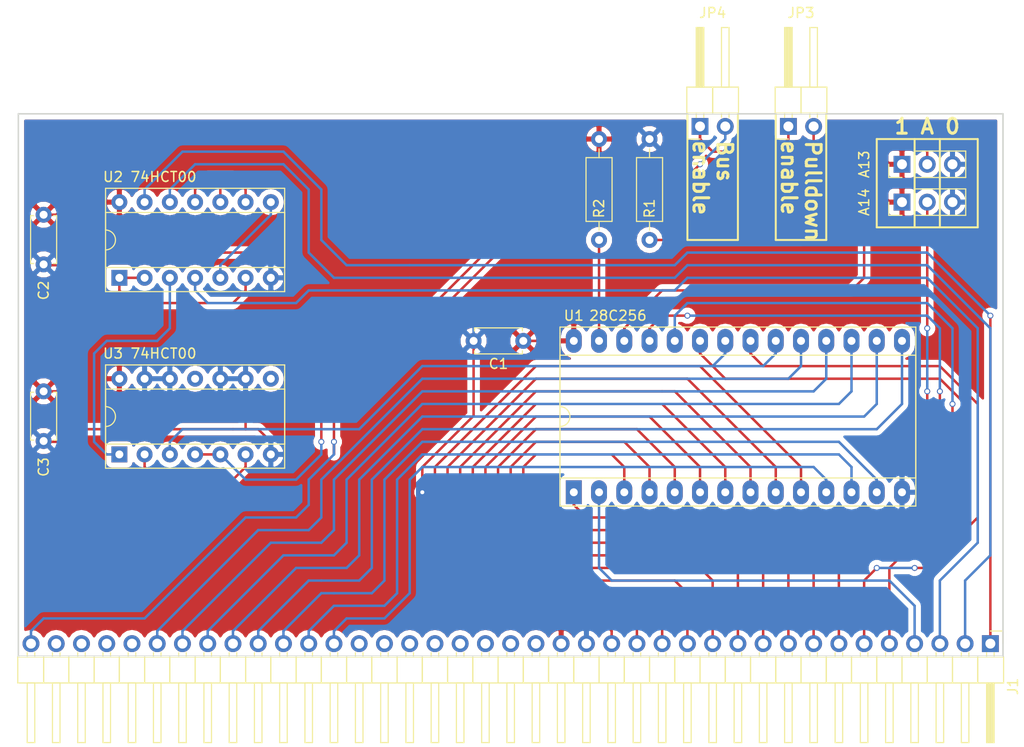
<source format=kicad_pcb>
(kicad_pcb (version 4) (host pcbnew 4.0.6)
  (layers (0 F.Cu signal) (31 B.Cu signal) (34 B.Paste user) (35 F.Paste user) (36 B.SilkS user) (37 F.SilkS user) (38 B.Mask user) (39 F.Mask user) (44 Edge.Cuts user))
  (net 0 "")
  (net 1 VCC)
  (net 2 GND)
  (net 3 A15)
  (net 4 A14)
  (net 5 A13)
  (net 6 A12)
  (net 7 A11)
  (net 8 A10)
  (net 9 A9)
  (net 10 A8)
  (net 11 A7)
  (net 12 A6)
  (net 13 A5)
  (net 14 A4)
  (net 15 A3)
  (net 16 A2)
  (net 17 A1)
  (net 18 A0)
  (net 19 D0)
  (net 20 D1)
  (net 21 D2)
  (net 22 D3)
  (net 23 D4)
  (net 24 D5)
  (net 25 D6)
  (net 26 D7)
  (net 27 "Net-(J1-Pad39)")
  (net 28 A13_W)
  (net 29 A14_W)
  (net 30 PAGE_EN)
  (net 31 "Net-(JP3-Pad2)")
  (net 32 CS)
  (net 33 CS_IN)
  (net 34 "Net-(U2-Pad5)")
  (net 35 "Net-(U2-Pad10)")
  (net 36 "Net-(U2-Pad3)")
  (net 37 "Net-(U3-Pad2)")
  (net 38 "Net-(R2-Pad1)")
  (module Capacitors_THT:C_Disc_D4.7mm_W2.5mm_P5.00mm (layer F.Cu) (at 160.02 113.03 180)
    (fp_text reference C1 (at 2.5 -2.31 180) (layer F.SilkS))
    (fp_text value 100nF)
    (pad 1 thru_hole circle (at 0 0 180) (size 1.6 1.6) (drill 0.8) (layers *.Cu *.Mask) (net 1 VCC))
    (pad 2 thru_hole circle (at 5 0 180) (size 1.6 1.6) (drill 0.8) (layers *.Cu *.Mask) (net 2 GND))
  )
  (module Capacitors_THT:C_Disc_D4.7mm_W2.5mm_P5.00mm (layer F.Cu) (at 111.76 100.33 270)
    (fp_text reference C2 (at 7.62 0 270) (layer F.SilkS))
    (fp_text value 100nF)
    (pad 1 thru_hole circle (at 0 0 270) (size 1.6 1.6) (drill 0.8) (layers *.Cu *.Mask) (net 1 VCC))
    (pad 2 thru_hole circle (at 5 0 270) (size 1.6 1.6) (drill 0.8) (layers *.Cu *.Mask) (net 2 GND))
  )
  (module Capacitors_THT:C_Disc_D4.7mm_W2.5mm_P5.00mm (layer F.Cu) (at 111.76 118.11 270)
    (fp_text reference C3 (at 7.62 0 270) (layer F.SilkS))
    (fp_text value 100nF)
    (pad 1 thru_hole circle (at 0 0 270) (size 1.6 1.6) (drill 0.8) (layers *.Cu *.Mask) (net 1 VCC))
    (pad 2 thru_hole circle (at 5 0 270) (size 1.6 1.6) (drill 0.8) (layers *.Cu *.Mask) (net 2 GND))
  )
  (module Pin_Headers:Pin_Header_Angled_1x39_Pitch2.54mm (layer F.Cu) (at 207.01 143.51 270)
    (fp_text reference J1 (at 4.315 -2.27 270) (layer F.SilkS))
    (fp_text value CONN_01X39)
    (pad 1 thru_hole rect (at 0 0 270) (size 1.7 1.7) (drill 1) (layers *.Cu *.Mask) (net 3 A15))
    (pad 2 thru_hole oval (at 0 2.54 270) (size 1.7 1.7) (drill 1) (layers *.Cu *.Mask) (net 4 A14))
    (pad 3 thru_hole oval (at 0 5.08 270) (size 1.7 1.7) (drill 1) (layers *.Cu *.Mask) (net 5 A13))
    (pad 4 thru_hole oval (at 0 7.62 270) (size 1.7 1.7) (drill 1) (layers *.Cu *.Mask) (net 6 A12))
    (pad 5 thru_hole oval (at 0 10.16 270) (size 1.7 1.7) (drill 1) (layers *.Cu *.Mask) (net 7 A11))
    (pad 6 thru_hole oval (at 0 12.7 270) (size 1.7 1.7) (drill 1) (layers *.Cu *.Mask) (net 8 A10))
    (pad 7 thru_hole oval (at 0 15.24 270) (size 1.7 1.7) (drill 1) (layers *.Cu *.Mask) (net 9 A9))
    (pad 8 thru_hole oval (at 0 17.78 270) (size 1.7 1.7) (drill 1) (layers *.Cu *.Mask) (net 10 A8))
    (pad 9 thru_hole oval (at 0 20.32 270) (size 1.7 1.7) (drill 1) (layers *.Cu *.Mask) (net 11 A7))
    (pad 10 thru_hole oval (at 0 22.86 270) (size 1.7 1.7) (drill 1) (layers *.Cu *.Mask) (net 12 A6))
    (pad 11 thru_hole oval (at 0 25.4 270) (size 1.7 1.7) (drill 1) (layers *.Cu *.Mask) (net 13 A5))
    (pad 12 thru_hole oval (at 0 27.94 270) (size 1.7 1.7) (drill 1) (layers *.Cu *.Mask) (net 14 A4))
    (pad 13 thru_hole oval (at 0 30.48 270) (size 1.7 1.7) (drill 1) (layers *.Cu *.Mask) (net 15 A3))
    (pad 14 thru_hole oval (at 0 33.02 270) (size 1.7 1.7) (drill 1) (layers *.Cu *.Mask) (net 16 A2))
    (pad 15 thru_hole oval (at 0 35.56 270) (size 1.7 1.7) (drill 1) (layers *.Cu *.Mask) (net 17 A1))
    (pad 16 thru_hole oval (at 0 38.1 270) (size 1.7 1.7) (drill 1) (layers *.Cu *.Mask) (net 18 A0))
    (pad 17 thru_hole oval (at 0 40.64 270) (size 1.7 1.7) (drill 1) (layers *.Cu *.Mask) (net 2 GND))
    (pad 18 thru_hole oval (at 0 43.18 270) (size 1.7 1.7) (drill 1) (layers *.Cu *.Mask) (net 1 VCC))
    (pad 19 thru_hole oval (at 0 45.72 270) (size 1.7 1.7) (drill 1) (layers *.Cu *.Mask))
    (pad 20 thru_hole oval (at 0 48.26 270) (size 1.7 1.7) (drill 1) (layers *.Cu *.Mask))
    (pad 21 thru_hole oval (at 0 50.8 270) (size 1.7 1.7) (drill 1) (layers *.Cu *.Mask))
    (pad 22 thru_hole oval (at 0 53.34 270) (size 1.7 1.7) (drill 1) (layers *.Cu *.Mask))
    (pad 23 thru_hole oval (at 0 55.88 270) (size 1.7 1.7) (drill 1) (layers *.Cu *.Mask))
    (pad 24 thru_hole oval (at 0 58.42 270) (size 1.7 1.7) (drill 1) (layers *.Cu *.Mask))
    (pad 25 thru_hole oval (at 0 60.96 270) (size 1.7 1.7) (drill 1) (layers *.Cu *.Mask))
    (pad 26 thru_hole oval (at 0 63.5 270) (size 1.7 1.7) (drill 1) (layers *.Cu *.Mask))
    (pad 27 thru_hole oval (at 0 66.04 270) (size 1.7 1.7) (drill 1) (layers *.Cu *.Mask) (net 19 D0))
    (pad 28 thru_hole oval (at 0 68.58 270) (size 1.7 1.7) (drill 1) (layers *.Cu *.Mask) (net 20 D1))
    (pad 29 thru_hole oval (at 0 71.12 270) (size 1.7 1.7) (drill 1) (layers *.Cu *.Mask) (net 21 D2))
    (pad 30 thru_hole oval (at 0 73.66 270) (size 1.7 1.7) (drill 1) (layers *.Cu *.Mask) (net 22 D3))
    (pad 31 thru_hole oval (at 0 76.2 270) (size 1.7 1.7) (drill 1) (layers *.Cu *.Mask) (net 23 D4))
    (pad 32 thru_hole oval (at 0 78.74 270) (size 1.7 1.7) (drill 1) (layers *.Cu *.Mask) (net 24 D5))
    (pad 33 thru_hole oval (at 0 81.28 270) (size 1.7 1.7) (drill 1) (layers *.Cu *.Mask) (net 25 D6))
    (pad 34 thru_hole oval (at 0 83.82 270) (size 1.7 1.7) (drill 1) (layers *.Cu *.Mask) (net 26 D7))
    (pad 35 thru_hole oval (at 0 86.36 270) (size 1.7 1.7) (drill 1) (layers *.Cu *.Mask))
    (pad 36 thru_hole oval (at 0 88.9 270) (size 1.7 1.7) (drill 1) (layers *.Cu *.Mask))
    (pad 37 thru_hole oval (at 0 91.44 270) (size 1.7 1.7) (drill 1) (layers *.Cu *.Mask))
    (pad 38 thru_hole oval (at 0 93.98 270) (size 1.7 1.7) (drill 1) (layers *.Cu *.Mask))
    (pad 39 thru_hole oval (at 0 96.52 270) (size 1.7 1.7) (drill 1) (layers *.Cu *.Mask) (net 27 "Net-(J1-Pad39)"))
  )
  (module Pin_Headers:Pin_Header_Straight_1x03_Pitch2.54mm (layer F.Cu) (at 198.12 95.25 90)
    (fp_text reference A13 (at 0 -3.81 90) (layer F.SilkS))
    (fp_text value "A13 Select")
    (pad 1 thru_hole rect (at 0 0 90) (size 1.7 1.7) (drill 1) (layers *.Cu *.Mask) (net 1 VCC))
    (pad 2 thru_hole oval (at 0 2.54 90) (size 1.7 1.7) (drill 1) (layers *.Cu *.Mask) (net 28 A13_W))
    (pad 3 thru_hole oval (at 0 5.08 90) (size 1.7 1.7) (drill 1) (layers *.Cu *.Mask) (net 2 GND))
  )
  (module Pin_Headers:Pin_Header_Straight_1x03_Pitch2.54mm (layer F.Cu) (at 198.12 99.06 90)
    (fp_text reference A14 (at 0 -3.81 90) (layer F.SilkS))
    (fp_text value "A14 Select")
    (pad 1 thru_hole rect (at 0 0 90) (size 1.7 1.7) (drill 1) (layers *.Cu *.Mask) (net 1 VCC))
    (pad 2 thru_hole oval (at 0 2.54 90) (size 1.7 1.7) (drill 1) (layers *.Cu *.Mask) (net 29 A14_W))
    (pad 3 thru_hole oval (at 0 5.08 90) (size 1.7 1.7) (drill 1) (layers *.Cu *.Mask) (net 2 GND))
  )
  (module Pin_Headers:Pin_Header_Angled_1x02_Pitch2.54mm (layer F.Cu) (at 186.69 91.44 90)
    (fp_text reference JP3 (at 11.43 1.27 180) (layer F.SilkS))
    (fp_text value "Page PullDown")
    (pad 1 thru_hole rect (at 0 0 90) (size 1.7 1.7) (drill 1) (layers *.Cu *.Mask) (net 30 PAGE_EN))
    (pad 2 thru_hole oval (at 0 2.54 90) (size 1.7 1.7) (drill 1) (layers *.Cu *.Mask) (net 31 "Net-(JP3-Pad2)"))
  )
  (module Pin_Headers:Pin_Header_Angled_1x02_Pitch2.54mm (layer F.Cu) (at 177.8 91.44 90)
    (fp_text reference JP4 (at 11.43 1.27 180) (layer F.SilkS))
    (fp_text value "Bus enable")
    (pad 1 thru_hole rect (at 0 0 90) (size 1.7 1.7) (drill 1) (layers *.Cu *.Mask) (net 30 PAGE_EN))
    (pad 2 thru_hole oval (at 0 2.54 90) (size 1.7 1.7) (drill 1) (layers *.Cu *.Mask) (net 27 "Net-(J1-Pad39)"))
  )
  (module Resistors_THT:R_Axial_DIN0207_L6.3mm_D2.5mm_P10.16mm_Horizontal (layer F.Cu) (at 172.72 92.71 270)
    (fp_text reference R1 (at 6.985 0 270) (layer F.SilkS))
    (fp_text value 10k)
    (pad 1 thru_hole circle (at 0 0 270) (size 1.6 1.6) (drill 0.8) (layers *.Cu *.Mask) (net 2 GND))
    (pad 2 thru_hole oval (at 10.16 0 270) (size 1.6 1.6) (drill 0.8) (layers *.Cu *.Mask) (net 31 "Net-(JP3-Pad2)"))
  )
  (module Resistors_THT:R_Axial_DIN0207_L6.3mm_D2.5mm_P10.16mm_Horizontal (layer F.Cu) (at 167.64 102.87 90)
    (fp_text reference R2 (at 3.175 0 90) (layer F.SilkS))
    (fp_text value 3.3k)
    (pad 1 thru_hole circle (at 0 0 90) (size 1.6 1.6) (drill 0.8) (layers *.Cu *.Mask) (net 38 "Net-(R2-Pad1)"))
    (pad 2 thru_hole oval (at 10.16 0 90) (size 1.6 1.6) (drill 0.8) (layers *.Cu *.Mask) (net 1 VCC))
  )
  (module Housings_DIP:DIP-28_W15.24mm_Socket_LongPads (layer F.Cu) (at 165.1 128.27 90)
    (fp_text reference U1 (at 17.78 0 180) (layer F.SilkS))
    (fp_text value 28C256 (at 17.78 4.445 180) (layer F.SilkS))
    (pad 1 thru_hole rect (at 0 0 90) (size 2.4 1.6) (drill 0.8) (layers *.Cu *.Mask) (net 29 A14_W))
    (pad 15 thru_hole oval (at 15.24 33.02 90) (size 2.4 1.6) (drill 0.8) (layers *.Cu *.Mask) (net 22 D3))
    (pad 2 thru_hole oval (at 0 2.54 90) (size 2.4 1.6) (drill 0.8) (layers *.Cu *.Mask) (net 6 A12))
    (pad 16 thru_hole oval (at 15.24 30.48 90) (size 2.4 1.6) (drill 0.8) (layers *.Cu *.Mask) (net 23 D4))
    (pad 3 thru_hole oval (at 0 5.08 90) (size 2.4 1.6) (drill 0.8) (layers *.Cu *.Mask) (net 11 A7))
    (pad 17 thru_hole oval (at 15.24 27.94 90) (size 2.4 1.6) (drill 0.8) (layers *.Cu *.Mask) (net 24 D5))
    (pad 4 thru_hole oval (at 0 7.62 90) (size 2.4 1.6) (drill 0.8) (layers *.Cu *.Mask) (net 12 A6))
    (pad 18 thru_hole oval (at 15.24 25.4 90) (size 2.4 1.6) (drill 0.8) (layers *.Cu *.Mask) (net 25 D6))
    (pad 5 thru_hole oval (at 0 10.16 90) (size 2.4 1.6) (drill 0.8) (layers *.Cu *.Mask) (net 13 A5))
    (pad 19 thru_hole oval (at 15.24 22.86 90) (size 2.4 1.6) (drill 0.8) (layers *.Cu *.Mask) (net 26 D7))
    (pad 6 thru_hole oval (at 0 12.7 90) (size 2.4 1.6) (drill 0.8) (layers *.Cu *.Mask) (net 14 A4))
    (pad 20 thru_hole oval (at 15.24 20.32 90) (size 2.4 1.6) (drill 0.8) (layers *.Cu *.Mask) (net 32 CS))
    (pad 7 thru_hole oval (at 0 15.24 90) (size 2.4 1.6) (drill 0.8) (layers *.Cu *.Mask) (net 15 A3))
    (pad 21 thru_hole oval (at 15.24 17.78 90) (size 2.4 1.6) (drill 0.8) (layers *.Cu *.Mask) (net 8 A10))
    (pad 8 thru_hole oval (at 0 17.78 90) (size 2.4 1.6) (drill 0.8) (layers *.Cu *.Mask) (net 16 A2))
    (pad 22 thru_hole oval (at 15.24 15.24 90) (size 2.4 1.6) (drill 0.8) (layers *.Cu *.Mask) (net 32 CS))
    (pad 9 thru_hole oval (at 0 20.32 90) (size 2.4 1.6) (drill 0.8) (layers *.Cu *.Mask) (net 17 A1))
    (pad 23 thru_hole oval (at 15.24 12.7 90) (size 2.4 1.6) (drill 0.8) (layers *.Cu *.Mask) (net 7 A11))
    (pad 10 thru_hole oval (at 0 22.86 90) (size 2.4 1.6) (drill 0.8) (layers *.Cu *.Mask) (net 18 A0))
    (pad 24 thru_hole oval (at 15.24 10.16 90) (size 2.4 1.6) (drill 0.8) (layers *.Cu *.Mask) (net 9 A9))
    (pad 11 thru_hole oval (at 0 25.4 90) (size 2.4 1.6) (drill 0.8) (layers *.Cu *.Mask) (net 19 D0))
    (pad 25 thru_hole oval (at 15.24 7.62 90) (size 2.4 1.6) (drill 0.8) (layers *.Cu *.Mask) (net 10 A8))
    (pad 12 thru_hole oval (at 0 27.94 90) (size 2.4 1.6) (drill 0.8) (layers *.Cu *.Mask) (net 20 D1))
    (pad 26 thru_hole oval (at 15.24 5.08 90) (size 2.4 1.6) (drill 0.8) (layers *.Cu *.Mask) (net 28 A13_W))
    (pad 13 thru_hole oval (at 0 30.48 90) (size 2.4 1.6) (drill 0.8) (layers *.Cu *.Mask) (net 21 D2))
    (pad 27 thru_hole oval (at 15.24 2.54 90) (size 2.4 1.6) (drill 0.8) (layers *.Cu *.Mask) (net 38 "Net-(R2-Pad1)"))
    (pad 14 thru_hole oval (at 0 33.02 90) (size 2.4 1.6) (drill 0.8) (layers *.Cu *.Mask) (net 2 GND))
    (pad 28 thru_hole oval (at 15.24 0 90) (size 2.4 1.6) (drill 0.8) (layers *.Cu *.Mask) (net 1 VCC))
  )
  (module Housings_DIP:DIP-14_W7.62mm_Socket (layer F.Cu) (at 119.38 106.68 90)
    (fp_text reference U2 (at 10.16 -0.635 180) (layer F.SilkS))
    (fp_text value 74HCT00 (at 10.16 4.445 180) (layer F.SilkS))
    (pad 1 thru_hole rect (at 0 0 90) (size 1.6 1.6) (drill 0.8) (layers *.Cu *.Mask) (net 33 CS_IN))
    (pad 8 thru_hole oval (at 7.62 15.24 90) (size 1.6 1.6) (drill 0.8) (layers *.Cu *.Mask) (net 34 "Net-(U2-Pad5)"))
    (pad 2 thru_hole oval (at 0 2.54 90) (size 1.6 1.6) (drill 0.8) (layers *.Cu *.Mask) (net 33 CS_IN))
    (pad 9 thru_hole oval (at 7.62 12.7 90) (size 1.6 1.6) (drill 0.8) (layers *.Cu *.Mask) (net 35 "Net-(U2-Pad10)"))
    (pad 3 thru_hole oval (at 0 5.08 90) (size 1.6 1.6) (drill 0.8) (layers *.Cu *.Mask) (net 36 "Net-(U2-Pad3)"))
    (pad 10 thru_hole oval (at 7.62 10.16 90) (size 1.6 1.6) (drill 0.8) (layers *.Cu *.Mask) (net 35 "Net-(U2-Pad10)"))
    (pad 4 thru_hole oval (at 0 7.62 90) (size 1.6 1.6) (drill 0.8) (layers *.Cu *.Mask) (net 5 A13))
    (pad 11 thru_hole oval (at 7.62 7.62 90) (size 1.6 1.6) (drill 0.8) (layers *.Cu *.Mask) (net 35 "Net-(U2-Pad10)"))
    (pad 5 thru_hole oval (at 0 10.16 90) (size 1.6 1.6) (drill 0.8) (layers *.Cu *.Mask) (net 34 "Net-(U2-Pad5)"))
    (pad 12 thru_hole oval (at 7.62 5.08 90) (size 1.6 1.6) (drill 0.8) (layers *.Cu *.Mask) (net 4 A14))
    (pad 6 thru_hole oval (at 0 12.7 90) (size 1.6 1.6) (drill 0.8) (layers *.Cu *.Mask) (net 33 CS_IN))
    (pad 13 thru_hole oval (at 7.62 2.54 90) (size 1.6 1.6) (drill 0.8) (layers *.Cu *.Mask) (net 3 A15))
    (pad 7 thru_hole oval (at 0 15.24 90) (size 1.6 1.6) (drill 0.8) (layers *.Cu *.Mask) (net 2 GND))
    (pad 14 thru_hole oval (at 7.62 0 90) (size 1.6 1.6) (drill 0.8) (layers *.Cu *.Mask) (net 1 VCC))
  )
  (module Housings_DIP:DIP-14_W7.62mm_Socket (layer F.Cu) (at 119.38 124.46 90)
    (fp_text reference U3 (at 10.16 -0.635 180) (layer F.SilkS))
    (fp_text value 74HCT00 (at 10.16 4.445 180) (layer F.SilkS))
    (pad 1 thru_hole rect (at 0 0 90) (size 1.6 1.6) (drill 0.8) (layers *.Cu *.Mask) (net 36 "Net-(U2-Pad3)"))
    (pad 8 thru_hole oval (at 7.62 15.24 90) (size 1.6 1.6) (drill 0.8) (layers *.Cu *.Mask))
    (pad 2 thru_hole oval (at 0 2.54 90) (size 1.6 1.6) (drill 0.8) (layers *.Cu *.Mask) (net 37 "Net-(U3-Pad2)"))
    (pad 9 thru_hole oval (at 7.62 12.7 90) (size 1.6 1.6) (drill 0.8) (layers *.Cu *.Mask) (net 2 GND))
    (pad 3 thru_hole oval (at 0 5.08 90) (size 1.6 1.6) (drill 0.8) (layers *.Cu *.Mask) (net 32 CS))
    (pad 10 thru_hole oval (at 7.62 10.16 90) (size 1.6 1.6) (drill 0.8) (layers *.Cu *.Mask) (net 2 GND))
    (pad 4 thru_hole oval (at 0 7.62 90) (size 1.6 1.6) (drill 0.8) (layers *.Cu *.Mask) (net 30 PAGE_EN))
    (pad 11 thru_hole oval (at 7.62 7.62 90) (size 1.6 1.6) (drill 0.8) (layers *.Cu *.Mask))
    (pad 5 thru_hole oval (at 0 10.16 90) (size 1.6 1.6) (drill 0.8) (layers *.Cu *.Mask) (net 30 PAGE_EN))
    (pad 12 thru_hole oval (at 7.62 5.08 90) (size 1.6 1.6) (drill 0.8) (layers *.Cu *.Mask) (net 2 GND))
    (pad 6 thru_hole oval (at 0 12.7 90) (size 1.6 1.6) (drill 0.8) (layers *.Cu *.Mask) (net 37 "Net-(U3-Pad2)"))
    (pad 13 thru_hole oval (at 7.62 2.54 90) (size 1.6 1.6) (drill 0.8) (layers *.Cu *.Mask) (net 2 GND))
    (pad 7 thru_hole oval (at 0 15.24 90) (size 1.6 1.6) (drill 0.8) (layers *.Cu *.Mask) (net 2 GND))
    (pad 14 thru_hole oval (at 7.62 0 90) (size 1.6 1.6) (drill 0.8) (layers *.Cu *.Mask) (net 1 VCC))
  )
  (gr_text "Bus\nenable" (at 179.07 92.71 270) (layer F.SilkS) (effects (font (size 1.5 1.5) (thickness 0.3)) (justify left)))
  (gr_text "Pulldown\nenable" (at 187.96 92.71 270) (layer F.SilkS) (effects (font (size 1.5 1.5) (thickness 0.3)) (justify left)))
  (gr_line (start 190.5 102.87) (end 190.5 90.17) (angle 90) (layer F.SilkS) (width 0.2))
  (gr_line (start 185.42 102.87) (end 190.5 102.87) (angle 90) (layer F.SilkS) (width 0.2))
  (gr_line (start 185.42 90.17) (end 185.42 102.87) (angle 90) (layer F.SilkS) (width 0.2))
  (gr_line (start 181.61 102.87) (end 181.61 90.17) (angle 90) (layer F.SilkS) (width 0.2))
  (gr_line (start 176.53 102.87) (end 181.61 102.87) (angle 90) (layer F.SilkS) (width 0.2))
  (gr_line (start 176.53 90.17) (end 176.53 102.87) (angle 90) (layer F.SilkS) (width 0.2))
  (gr_text 0 (at 203.2 91.44) (layer F.SilkS) (effects (font (size 1.5 1.5) (thickness 0.3))))
  (gr_text A (at 200.66 91.44) (layer F.SilkS) (effects (font (size 1.5 1.5) (thickness 0.3))))
  (gr_text 1 (at 198.12 91.44) (layer F.SilkS) (effects (font (size 1.5 1.5) (thickness 0.3))))
  (gr_line (start 201.93 101.6) (end 201.93 92.71) (angle 90) (layer F.SilkS) (width 0.2))
  (gr_line (start 199.39 101.6) (end 199.39 92.71) (angle 90) (layer F.SilkS) (width 0.2))
  (gr_line (start 195.58 101.6) (end 205.74 101.6) (angle 90) (layer F.SilkS) (width 0.2))
  (gr_line (start 195.58 92.71) (end 195.58 101.6) (angle 90) (layer F.SilkS) (width 0.2))
  (gr_line (start 205.74 92.71) (end 195.58 92.71) (angle 90) (layer F.SilkS) (width 0.2))
  (gr_line (start 205.74 101.6) (end 205.74 92.71) (angle 90) (layer F.SilkS) (width 0.2))
  (gr_line (start 208.28 144.78) (end 109.22 144.78) (angle 90) (layer Edge.Cuts) (width 0.15))
  (gr_line (start 208.28 90.17) (end 208.28 144.78) (angle 90) (layer Edge.Cuts) (width 0.15))
  (gr_line (start 109.22 90.17) (end 208.28 90.17) (angle 90) (layer Edge.Cuts) (width 0.15))
  (gr_line (start 109.22 144.78) (end 109.22 90.17) (angle 90) (layer Edge.Cuts) (width 0.15))
  (segment (start 119.38 116.84) (end 116.84 116.84) (width 0.25) (layer F.Cu) (net 1))
  (segment (start 114.3 118.11) (end 115.57 116.84) (width 0.25) (layer F.Cu) (net 1))
  (segment (start 115.57 116.84) (end 116.84 116.84) (width 0.25) (layer F.Cu) (net 1))
  (segment (start 114.3 118.11) (end 111.76 118.11) (width 0.25) (layer F.Cu) (net 1))
  (segment (start 119.38 99.06) (end 116.84 99.06) (width 0.25) (layer F.Cu) (net 1))
  (segment (start 113.03 100.33) (end 114.3 99.06) (width 0.25) (layer F.Cu) (net 1))
  (segment (start 114.3 99.06) (end 116.84 99.06) (width 0.25) (layer F.Cu) (net 1))
  (segment (start 113.03 100.33) (end 111.76 100.33) (width 0.25) (layer F.Cu) (net 1))
  (segment (start 160.02 113.03) (end 165.1 113.03) (width 0.25) (layer F.Cu) (net 1))
  (segment (start 155.02 113.03) (end 155.02 120.57) (width 0.25) (layer F.Cu) (net 2))
  (via (at 149.86 128.27) (size 0.6) (drill 0.4) (layers F.Cu B.Cu) (net 2))
  (segment (start 149.86 125.73) (end 149.86 128.27) (width 0.25) (layer F.Cu) (net 2))
  (segment (start 155.02 120.57) (end 149.86 125.73) (width 0.25) (layer F.Cu) (net 2))
  (segment (start 121.92 116.84) (end 124.46 116.84) (width 0.25) (layer F.Cu) (net 2))
  (segment (start 132.08 116.84) (end 132.08 121.92) (width 0.25) (layer F.Cu) (net 2))
  (segment (start 134.62 106.68) (end 134.62 105.41) (width 0.25) (layer F.Cu) (net 2))
  (segment (start 114.3 105.41) (end 111.84 105.41) (width 0.25) (layer F.Cu) (net 2))
  (segment (start 115.57 104.14) (end 114.3 105.41) (width 0.25) (layer F.Cu) (net 2))
  (segment (start 133.35 104.14) (end 115.57 104.14) (width 0.25) (layer F.Cu) (net 2))
  (segment (start 134.62 105.41) (end 133.35 104.14) (width 0.25) (layer F.Cu) (net 2))
  (segment (start 111.84 105.41) (end 111.76 105.33) (width 0.25) (layer F.Cu) (net 2))
  (segment (start 134.62 124.46) (end 134.62 123.19) (width 0.25) (layer F.Cu) (net 2))
  (segment (start 130.81 121.92) (end 121.92 121.92) (width 0.25) (layer F.Cu) (net 2))
  (segment (start 132.08 121.92) (end 130.81 121.92) (width 0.25) (layer F.Cu) (net 2))
  (segment (start 121.92 121.92) (end 115.57 121.92) (width 0.25) (layer F.Cu) (net 2))
  (segment (start 114.3 123.19) (end 111.84 123.19) (width 0.25) (layer F.Cu) (net 2))
  (segment (start 115.57 121.92) (end 114.3 123.19) (width 0.25) (layer F.Cu) (net 2))
  (segment (start 133.35 121.92) (end 132.08 121.92) (width 0.25) (layer F.Cu) (net 2))
  (segment (start 134.62 123.19) (end 133.35 121.92) (width 0.25) (layer F.Cu) (net 2))
  (segment (start 111.84 123.19) (end 111.76 123.11) (width 0.25) (layer F.Cu) (net 2))
  (segment (start 198.12 128.27) (end 198.12 125.73) (width 0.25) (layer B.Cu) (net 2))
  (segment (start 155.02 110.41) (end 155.02 113.03) (width 0.25) (layer B.Cu) (net 2))
  (segment (start 156.21 109.22) (end 155.02 110.41) (width 0.25) (layer B.Cu) (net 2))
  (segment (start 175.26 109.22) (end 156.21 109.22) (width 0.25) (layer B.Cu) (net 2))
  (segment (start 176.53 107.95) (end 175.26 109.22) (width 0.25) (layer B.Cu) (net 2))
  (segment (start 200.66 107.95) (end 176.53 107.95) (width 0.25) (layer B.Cu) (net 2))
  (segment (start 204.47 111.76) (end 200.66 107.95) (width 0.25) (layer B.Cu) (net 2))
  (segment (start 204.47 119.38) (end 204.47 111.76) (width 0.25) (layer B.Cu) (net 2))
  (segment (start 198.12 125.73) (end 204.47 119.38) (width 0.25) (layer B.Cu) (net 2))
  (segment (start 148.59 105.41) (end 142.24 105.41) (width 0.25) (layer B.Cu) (net 3))
  (segment (start 176.53 104.14) (end 175.26 105.41) (width 0.25) (layer B.Cu) (net 3))
  (segment (start 175.26 105.41) (end 148.59 105.41) (width 0.25) (layer B.Cu) (net 3))
  (segment (start 207.01 143.51) (end 207.01 110.49) (width 0.25) (layer F.Cu) (net 3))
  (segment (start 207.01 110.49) (end 200.66 104.14) (width 0.25) (layer B.Cu) (net 3))
  (via (at 207.01 110.49) (size 0.6) (drill 0.4) (layers F.Cu B.Cu) (net 3))
  (segment (start 200.66 104.14) (end 176.53 104.14) (width 0.25) (layer B.Cu) (net 3))
  (segment (start 121.92 97.79) (end 121.92 99.06) (width 0.25) (layer B.Cu) (net 3))
  (segment (start 125.73 93.98) (end 121.92 97.79) (width 0.25) (layer B.Cu) (net 3))
  (segment (start 135.89 93.98) (end 125.73 93.98) (width 0.25) (layer B.Cu) (net 3))
  (segment (start 139.7 97.79) (end 135.89 93.98) (width 0.25) (layer B.Cu) (net 3))
  (segment (start 139.7 102.87) (end 139.7 97.79) (width 0.25) (layer B.Cu) (net 3))
  (segment (start 142.24 105.41) (end 139.7 102.87) (width 0.25) (layer B.Cu) (net 3))
  (segment (start 148.59 106.68) (end 140.97 106.68) (width 0.25) (layer B.Cu) (net 4))
  (segment (start 176.53 105.41) (end 175.26 106.68) (width 0.25) (layer B.Cu) (net 4))
  (segment (start 175.26 106.68) (end 148.59 106.68) (width 0.25) (layer B.Cu) (net 4))
  (segment (start 207.01 111.76) (end 200.66 105.41) (width 0.25) (layer B.Cu) (net 4))
  (segment (start 204.47 143.51) (end 204.47 137.16) (width 0.25) (layer B.Cu) (net 4))
  (segment (start 207.01 134.62) (end 207.01 111.76) (width 0.25) (layer B.Cu) (net 4))
  (segment (start 204.47 137.16) (end 207.01 134.62) (width 0.25) (layer B.Cu) (net 4))
  (segment (start 200.66 105.41) (end 176.53 105.41) (width 0.25) (layer B.Cu) (net 4))
  (segment (start 124.46 97.79) (end 124.46 99.06) (width 0.25) (layer B.Cu) (net 4))
  (segment (start 127 95.25) (end 124.46 97.79) (width 0.25) (layer B.Cu) (net 4))
  (segment (start 135.89 95.25) (end 127 95.25) (width 0.25) (layer B.Cu) (net 4))
  (segment (start 138.43 97.79) (end 135.89 95.25) (width 0.25) (layer B.Cu) (net 4))
  (segment (start 138.43 104.14) (end 138.43 97.79) (width 0.25) (layer B.Cu) (net 4))
  (segment (start 140.97 106.68) (end 138.43 104.14) (width 0.25) (layer B.Cu) (net 4))
  (segment (start 148.59 107.95) (end 138.43 107.95) (width 0.25) (layer B.Cu) (net 5))
  (segment (start 176.53 106.68) (end 175.26 107.95) (width 0.25) (layer B.Cu) (net 5))
  (segment (start 175.26 107.95) (end 148.59 107.95) (width 0.25) (layer B.Cu) (net 5))
  (segment (start 205.74 111.76) (end 200.66 106.68) (width 0.25) (layer B.Cu) (net 5))
  (segment (start 201.93 143.51) (end 201.93 137.16) (width 0.25) (layer B.Cu) (net 5))
  (segment (start 205.74 133.35) (end 205.74 111.76) (width 0.25) (layer B.Cu) (net 5))
  (segment (start 201.93 137.16) (end 205.74 133.35) (width 0.25) (layer B.Cu) (net 5))
  (segment (start 200.66 106.68) (end 176.53 106.68) (width 0.25) (layer B.Cu) (net 5))
  (segment (start 127 107.95) (end 127 106.68) (width 0.25) (layer B.Cu) (net 5))
  (segment (start 128.27 109.22) (end 127 107.95) (width 0.25) (layer B.Cu) (net 5))
  (segment (start 137.16 109.22) (end 128.27 109.22) (width 0.25) (layer B.Cu) (net 5))
  (segment (start 138.43 107.95) (end 137.16 109.22) (width 0.25) (layer B.Cu) (net 5))
  (segment (start 199.39 143.51) (end 199.39 139.7) (width 0.25) (layer B.Cu) (net 6))
  (segment (start 167.64 135.89) (end 167.64 128.27) (width 0.25) (layer B.Cu) (net 6))
  (segment (start 168.91 137.16) (end 167.64 135.89) (width 0.25) (layer B.Cu) (net 6))
  (segment (start 196.85 137.16) (end 168.91 137.16) (width 0.25) (layer B.Cu) (net 6))
  (segment (start 199.39 139.7) (end 196.85 137.16) (width 0.25) (layer B.Cu) (net 6))
  (segment (start 204.47 119.38) (end 201.93 116.84) (width 0.25) (layer F.Cu) (net 7))
  (segment (start 196.85 143.51) (end 196.85 135.89) (width 0.25) (layer F.Cu) (net 7))
  (segment (start 204.47 123.19) (end 204.47 130.81) (width 0.25) (layer F.Cu) (net 7))
  (segment (start 204.47 130.81) (end 200.66 134.62) (width 0.25) (layer F.Cu) (net 7))
  (segment (start 200.66 134.62) (end 198.12 134.62) (width 0.25) (layer F.Cu) (net 7))
  (segment (start 198.12 134.62) (end 196.85 135.89) (width 0.25) (layer F.Cu) (net 7))
  (segment (start 204.47 123.19) (end 204.47 119.38) (width 0.25) (layer F.Cu) (net 7))
  (segment (start 177.8 114.3) (end 177.8 113.03) (width 0.25) (layer F.Cu) (net 7))
  (segment (start 180.34 116.84) (end 177.8 114.3) (width 0.25) (layer F.Cu) (net 7))
  (segment (start 201.93 116.84) (end 180.34 116.84) (width 0.25) (layer F.Cu) (net 7))
  (segment (start 205.74 119.38) (end 201.93 115.57) (width 0.25) (layer F.Cu) (net 8))
  (segment (start 194.31 137.16) (end 195.58 135.89) (width 0.25) (layer F.Cu) (net 8))
  (via (at 195.58 135.89) (size 0.6) (drill 0.4) (layers F.Cu B.Cu) (net 8))
  (segment (start 195.58 135.89) (end 199.39 135.89) (width 0.25) (layer B.Cu) (net 8))
  (via (at 199.39 135.89) (size 0.6) (drill 0.4) (layers F.Cu B.Cu) (net 8))
  (segment (start 199.39 135.89) (end 200.66 135.89) (width 0.25) (layer F.Cu) (net 8))
  (segment (start 200.66 135.89) (end 205.74 130.81) (width 0.25) (layer F.Cu) (net 8))
  (segment (start 205.74 130.81) (end 205.74 123.19) (width 0.25) (layer F.Cu) (net 8))
  (segment (start 194.31 143.51) (end 194.31 137.16) (width 0.25) (layer F.Cu) (net 8))
  (segment (start 205.74 119.38) (end 205.74 123.19) (width 0.25) (layer F.Cu) (net 8))
  (segment (start 182.88 114.3) (end 182.88 113.03) (width 0.25) (layer F.Cu) (net 8))
  (segment (start 184.15 115.57) (end 182.88 114.3) (width 0.25) (layer F.Cu) (net 8))
  (segment (start 201.93 115.57) (end 184.15 115.57) (width 0.25) (layer F.Cu) (net 8))
  (via (at 203.2 119.38) (size 0.6) (drill 0.4) (layers F.Cu B.Cu) (net 9))
  (segment (start 203.2 123.19) (end 203.2 119.38) (width 0.25) (layer F.Cu) (net 9))
  (segment (start 191.77 134.62) (end 193.04 133.35) (width 0.25) (layer F.Cu) (net 9))
  (segment (start 193.04 133.35) (end 200.66 133.35) (width 0.25) (layer F.Cu) (net 9))
  (segment (start 200.66 133.35) (end 203.2 130.81) (width 0.25) (layer F.Cu) (net 9))
  (segment (start 203.2 130.81) (end 203.2 123.19) (width 0.25) (layer F.Cu) (net 9))
  (segment (start 191.77 143.51) (end 191.77 134.62) (width 0.25) (layer F.Cu) (net 9))
  (segment (start 175.26 110.49) (end 175.26 113.03) (width 0.25) (layer B.Cu) (net 9))
  (segment (start 176.53 109.22) (end 175.26 110.49) (width 0.25) (layer B.Cu) (net 9))
  (segment (start 179.07 109.22) (end 176.53 109.22) (width 0.25) (layer B.Cu) (net 9))
  (segment (start 200.66 109.22) (end 179.07 109.22) (width 0.25) (layer B.Cu) (net 9))
  (segment (start 203.2 111.76) (end 200.66 109.22) (width 0.25) (layer B.Cu) (net 9))
  (segment (start 203.2 115.57) (end 203.2 111.76) (width 0.25) (layer B.Cu) (net 9))
  (segment (start 203.2 119.38) (end 203.2 115.57) (width 0.25) (layer B.Cu) (net 9))
  (segment (start 201.93 120.65) (end 201.93 118.11) (width 0.25) (layer F.Cu) (net 10))
  (segment (start 189.23 143.51) (end 189.23 133.35) (width 0.25) (layer F.Cu) (net 10))
  (segment (start 201.93 130.81) (end 201.93 120.65) (width 0.25) (layer F.Cu) (net 10))
  (segment (start 200.66 132.08) (end 201.93 130.81) (width 0.25) (layer F.Cu) (net 10))
  (segment (start 190.5 132.08) (end 200.66 132.08) (width 0.25) (layer F.Cu) (net 10))
  (segment (start 189.23 133.35) (end 190.5 132.08) (width 0.25) (layer F.Cu) (net 10))
  (segment (start 172.72 111.76) (end 172.72 113.03) (width 0.25) (layer F.Cu) (net 10))
  (segment (start 173.99 110.49) (end 172.72 111.76) (width 0.25) (layer F.Cu) (net 10))
  (segment (start 176.53 110.49) (end 173.99 110.49) (width 0.25) (layer F.Cu) (net 10))
  (via (at 176.53 110.49) (size 0.6) (drill 0.4) (layers F.Cu B.Cu) (net 10))
  (segment (start 200.66 110.49) (end 176.53 110.49) (width 0.25) (layer B.Cu) (net 10))
  (segment (start 201.93 111.76) (end 200.66 110.49) (width 0.25) (layer B.Cu) (net 10))
  (segment (start 201.93 113.03) (end 201.93 111.76) (width 0.25) (layer B.Cu) (net 10))
  (segment (start 201.93 114.3) (end 201.93 113.03) (width 0.25) (layer B.Cu) (net 10))
  (segment (start 201.93 118.11) (end 201.93 114.3) (width 0.25) (layer B.Cu) (net 10))
  (via (at 201.93 118.11) (size 0.6) (drill 0.4) (layers F.Cu B.Cu) (net 10))
  (segment (start 170.18 128.27) (end 170.18 125.73) (width 0.25) (layer F.Cu) (net 11))
  (segment (start 186.69 133.35) (end 186.69 143.51) (width 0.25) (layer F.Cu) (net 11))
  (segment (start 185.42 132.08) (end 186.69 133.35) (width 0.25) (layer F.Cu) (net 11))
  (segment (start 184.15 132.08) (end 185.42 132.08) (width 0.25) (layer F.Cu) (net 11))
  (segment (start 182.88 132.08) (end 184.15 132.08) (width 0.25) (layer F.Cu) (net 11))
  (segment (start 162.56 132.08) (end 182.88 132.08) (width 0.25) (layer F.Cu) (net 11))
  (segment (start 160.02 129.54) (end 162.56 132.08) (width 0.25) (layer F.Cu) (net 11))
  (segment (start 160.02 125.73) (end 160.02 129.54) (width 0.25) (layer F.Cu) (net 11))
  (segment (start 161.29 124.46) (end 160.02 125.73) (width 0.25) (layer F.Cu) (net 11))
  (segment (start 168.91 124.46) (end 161.29 124.46) (width 0.25) (layer F.Cu) (net 11))
  (segment (start 170.18 125.73) (end 168.91 124.46) (width 0.25) (layer F.Cu) (net 11))
  (segment (start 184.15 143.51) (end 184.15 134.62) (width 0.25) (layer F.Cu) (net 12))
  (segment (start 172.72 125.73) (end 172.72 128.27) (width 0.25) (layer F.Cu) (net 12))
  (segment (start 170.18 123.19) (end 172.72 125.73) (width 0.25) (layer F.Cu) (net 12))
  (segment (start 161.29 123.19) (end 170.18 123.19) (width 0.25) (layer F.Cu) (net 12))
  (segment (start 158.75 125.73) (end 161.29 123.19) (width 0.25) (layer F.Cu) (net 12))
  (segment (start 158.75 129.54) (end 158.75 125.73) (width 0.25) (layer F.Cu) (net 12))
  (segment (start 162.56 133.35) (end 158.75 129.54) (width 0.25) (layer F.Cu) (net 12))
  (segment (start 182.88 133.35) (end 162.56 133.35) (width 0.25) (layer F.Cu) (net 12))
  (segment (start 184.15 134.62) (end 182.88 133.35) (width 0.25) (layer F.Cu) (net 12))
  (segment (start 181.61 143.51) (end 181.61 137.16) (width 0.25) (layer F.Cu) (net 13))
  (segment (start 175.26 125.73) (end 175.26 128.27) (width 0.25) (layer F.Cu) (net 13))
  (segment (start 171.45 121.92) (end 175.26 125.73) (width 0.25) (layer F.Cu) (net 13))
  (segment (start 161.29 121.92) (end 171.45 121.92) (width 0.25) (layer F.Cu) (net 13))
  (segment (start 157.48 125.73) (end 161.29 121.92) (width 0.25) (layer F.Cu) (net 13))
  (segment (start 157.48 129.54) (end 157.48 125.73) (width 0.25) (layer F.Cu) (net 13))
  (segment (start 162.56 134.62) (end 157.48 129.54) (width 0.25) (layer F.Cu) (net 13))
  (segment (start 180.34 134.62) (end 162.56 134.62) (width 0.25) (layer F.Cu) (net 13))
  (segment (start 181.61 135.89) (end 180.34 134.62) (width 0.25) (layer F.Cu) (net 13))
  (segment (start 181.61 137.16) (end 181.61 135.89) (width 0.25) (layer F.Cu) (net 13))
  (segment (start 177.8 128.27) (end 177.8 125.73) (width 0.25) (layer F.Cu) (net 14))
  (segment (start 179.07 137.16) (end 179.07 143.51) (width 0.25) (layer F.Cu) (net 14))
  (segment (start 177.8 135.89) (end 179.07 137.16) (width 0.25) (layer F.Cu) (net 14))
  (segment (start 162.56 135.89) (end 177.8 135.89) (width 0.25) (layer F.Cu) (net 14))
  (segment (start 156.21 129.54) (end 162.56 135.89) (width 0.25) (layer F.Cu) (net 14))
  (segment (start 156.21 125.73) (end 156.21 129.54) (width 0.25) (layer F.Cu) (net 14))
  (segment (start 161.29 120.65) (end 156.21 125.73) (width 0.25) (layer F.Cu) (net 14))
  (segment (start 172.72 120.65) (end 161.29 120.65) (width 0.25) (layer F.Cu) (net 14))
  (segment (start 177.8 125.73) (end 172.72 120.65) (width 0.25) (layer F.Cu) (net 14))
  (segment (start 180.34 128.27) (end 180.34 125.73) (width 0.25) (layer F.Cu) (net 15))
  (segment (start 176.53 138.43) (end 176.53 143.51) (width 0.25) (layer F.Cu) (net 15))
  (segment (start 175.26 137.16) (end 176.53 138.43) (width 0.25) (layer F.Cu) (net 15))
  (segment (start 162.56 137.16) (end 175.26 137.16) (width 0.25) (layer F.Cu) (net 15))
  (segment (start 154.94 129.54) (end 162.56 137.16) (width 0.25) (layer F.Cu) (net 15))
  (segment (start 154.94 125.73) (end 154.94 129.54) (width 0.25) (layer F.Cu) (net 15))
  (segment (start 161.29 119.38) (end 154.94 125.73) (width 0.25) (layer F.Cu) (net 15))
  (segment (start 173.99 119.38) (end 161.29 119.38) (width 0.25) (layer F.Cu) (net 15))
  (segment (start 180.34 125.73) (end 173.99 119.38) (width 0.25) (layer F.Cu) (net 15))
  (segment (start 173.99 143.51) (end 173.99 139.7) (width 0.25) (layer F.Cu) (net 16))
  (segment (start 173.99 139.7) (end 173.99 140.97) (width 0.25) (layer F.Cu) (net 16))
  (segment (start 173.99 140.97) (end 173.99 139.7) (width 0.25) (layer F.Cu) (net 16))
  (segment (start 173.99 139.7) (end 172.72 138.43) (width 0.25) (layer F.Cu) (net 16))
  (segment (start 172.72 138.43) (end 162.56 138.43) (width 0.25) (layer F.Cu) (net 16))
  (segment (start 162.56 138.43) (end 153.67 129.54) (width 0.25) (layer F.Cu) (net 16))
  (segment (start 153.67 129.54) (end 153.67 125.73) (width 0.25) (layer F.Cu) (net 16))
  (segment (start 153.67 125.73) (end 161.29 118.11) (width 0.25) (layer F.Cu) (net 16))
  (segment (start 161.29 118.11) (end 173.99 118.11) (width 0.25) (layer F.Cu) (net 16))
  (segment (start 173.99 118.11) (end 175.26 118.11) (width 0.25) (layer F.Cu) (net 16))
  (segment (start 175.26 118.11) (end 182.88 125.73) (width 0.25) (layer F.Cu) (net 16))
  (segment (start 182.88 125.73) (end 182.88 128.27) (width 0.25) (layer F.Cu) (net 16))
  (segment (start 171.45 143.51) (end 171.45 140.97) (width 0.25) (layer F.Cu) (net 17))
  (segment (start 185.42 125.73) (end 185.42 128.27) (width 0.25) (layer F.Cu) (net 17))
  (segment (start 176.53 116.84) (end 185.42 125.73) (width 0.25) (layer F.Cu) (net 17))
  (segment (start 161.29 116.84) (end 176.53 116.84) (width 0.25) (layer F.Cu) (net 17))
  (segment (start 152.4 125.73) (end 161.29 116.84) (width 0.25) (layer F.Cu) (net 17))
  (segment (start 152.4 129.54) (end 152.4 125.73) (width 0.25) (layer F.Cu) (net 17))
  (segment (start 162.56 139.7) (end 152.4 129.54) (width 0.25) (layer F.Cu) (net 17))
  (segment (start 170.18 139.7) (end 162.56 139.7) (width 0.25) (layer F.Cu) (net 17))
  (segment (start 171.45 140.97) (end 170.18 139.7) (width 0.25) (layer F.Cu) (net 17))
  (segment (start 168.91 143.51) (end 168.91 142.24) (width 0.25) (layer F.Cu) (net 18))
  (segment (start 187.96 125.73) (end 187.96 128.27) (width 0.25) (layer F.Cu) (net 18))
  (segment (start 177.8 115.57) (end 187.96 125.73) (width 0.25) (layer F.Cu) (net 18))
  (segment (start 161.29 115.57) (end 177.8 115.57) (width 0.25) (layer F.Cu) (net 18))
  (segment (start 151.13 125.73) (end 161.29 115.57) (width 0.25) (layer F.Cu) (net 18))
  (segment (start 151.13 129.54) (end 151.13 125.73) (width 0.25) (layer F.Cu) (net 18))
  (segment (start 162.56 140.97) (end 151.13 129.54) (width 0.25) (layer F.Cu) (net 18))
  (segment (start 167.64 140.97) (end 162.56 140.97) (width 0.25) (layer F.Cu) (net 18))
  (segment (start 168.91 142.24) (end 167.64 140.97) (width 0.25) (layer F.Cu) (net 18))
  (segment (start 146.05 140.97) (end 147.32 139.7) (width 0.25) (layer B.Cu) (net 19))
  (segment (start 147.32 139.7) (end 148.59 138.43) (width 0.25) (layer B.Cu) (net 19))
  (segment (start 149.86 125.73) (end 148.59 127) (width 0.25) (layer B.Cu) (net 19))
  (segment (start 148.59 127) (end 148.59 138.43) (width 0.25) (layer B.Cu) (net 19))
  (segment (start 190.5 128.27) (end 190.5 127) (width 0.25) (layer B.Cu) (net 19))
  (segment (start 189.23 125.73) (end 149.86 125.73) (width 0.25) (layer B.Cu) (net 19))
  (segment (start 190.5 127) (end 189.23 125.73) (width 0.25) (layer B.Cu) (net 19))
  (segment (start 142.24 140.97) (end 140.97 142.24) (width 0.25) (layer B.Cu) (net 19))
  (segment (start 146.05 140.97) (end 142.24 140.97) (width 0.25) (layer B.Cu) (net 19))
  (segment (start 140.97 142.24) (end 140.97 143.51) (width 0.25) (layer B.Cu) (net 19))
  (segment (start 138.43 143.51) (end 138.43 142.24) (width 0.25) (layer B.Cu) (net 20))
  (segment (start 147.32 127) (end 149.86 124.46) (width 0.25) (layer B.Cu) (net 20))
  (segment (start 147.32 138.43) (end 147.32 127) (width 0.25) (layer B.Cu) (net 20))
  (segment (start 146.05 139.7) (end 147.32 138.43) (width 0.25) (layer B.Cu) (net 20))
  (segment (start 140.97 139.7) (end 146.05 139.7) (width 0.25) (layer B.Cu) (net 20))
  (segment (start 138.43 142.24) (end 140.97 139.7) (width 0.25) (layer B.Cu) (net 20))
  (segment (start 193.04 128.27) (end 193.04 125.73) (width 0.25) (layer B.Cu) (net 20))
  (segment (start 191.77 124.46) (end 149.86 124.46) (width 0.25) (layer B.Cu) (net 20))
  (segment (start 193.04 125.73) (end 191.77 124.46) (width 0.25) (layer B.Cu) (net 20))
  (segment (start 149.86 123.19) (end 146.05 127) (width 0.25) (layer B.Cu) (net 21))
  (segment (start 135.89 142.24) (end 135.89 143.51) (width 0.25) (layer B.Cu) (net 21))
  (segment (start 139.7 138.43) (end 135.89 142.24) (width 0.25) (layer B.Cu) (net 21))
  (segment (start 140.97 138.43) (end 139.7 138.43) (width 0.25) (layer B.Cu) (net 21))
  (segment (start 144.78 138.43) (end 140.97 138.43) (width 0.25) (layer B.Cu) (net 21))
  (segment (start 146.05 137.16) (end 144.78 138.43) (width 0.25) (layer B.Cu) (net 21))
  (segment (start 146.05 127) (end 146.05 137.16) (width 0.25) (layer B.Cu) (net 21))
  (segment (start 195.58 128.27) (end 195.58 127) (width 0.25) (layer B.Cu) (net 21))
  (segment (start 182.88 123.19) (end 149.86 123.19) (width 0.25) (layer B.Cu) (net 21))
  (segment (start 191.77 123.19) (end 182.88 123.19) (width 0.25) (layer B.Cu) (net 21))
  (segment (start 195.58 127) (end 191.77 123.19) (width 0.25) (layer B.Cu) (net 21))
  (segment (start 149.86 121.92) (end 144.78 127) (width 0.25) (layer B.Cu) (net 22))
  (segment (start 133.35 142.24) (end 133.35 143.51) (width 0.25) (layer B.Cu) (net 22))
  (segment (start 138.43 137.16) (end 133.35 142.24) (width 0.25) (layer B.Cu) (net 22))
  (segment (start 139.7 137.16) (end 138.43 137.16) (width 0.25) (layer B.Cu) (net 22))
  (segment (start 143.51 137.16) (end 139.7 137.16) (width 0.25) (layer B.Cu) (net 22))
  (segment (start 144.78 135.89) (end 143.51 137.16) (width 0.25) (layer B.Cu) (net 22))
  (segment (start 144.78 127) (end 144.78 135.89) (width 0.25) (layer B.Cu) (net 22))
  (segment (start 198.12 113.03) (end 198.12 119.38) (width 0.25) (layer B.Cu) (net 22))
  (segment (start 195.58 121.92) (end 149.86 121.92) (width 0.25) (layer B.Cu) (net 22))
  (segment (start 198.12 119.38) (end 195.58 121.92) (width 0.25) (layer B.Cu) (net 22))
  (segment (start 130.81 143.51) (end 130.81 142.24) (width 0.25) (layer B.Cu) (net 23))
  (segment (start 143.51 127) (end 149.86 120.65) (width 0.25) (layer B.Cu) (net 23))
  (segment (start 143.51 134.62) (end 143.51 127) (width 0.25) (layer B.Cu) (net 23))
  (segment (start 142.24 135.89) (end 143.51 134.62) (width 0.25) (layer B.Cu) (net 23))
  (segment (start 137.16 135.89) (end 142.24 135.89) (width 0.25) (layer B.Cu) (net 23))
  (segment (start 130.81 142.24) (end 137.16 135.89) (width 0.25) (layer B.Cu) (net 23))
  (segment (start 195.58 119.38) (end 195.58 113.03) (width 0.25) (layer B.Cu) (net 23))
  (segment (start 194.31 120.65) (end 195.58 119.38) (width 0.25) (layer B.Cu) (net 23))
  (segment (start 149.86 120.65) (end 194.31 120.65) (width 0.25) (layer B.Cu) (net 23))
  (segment (start 149.86 119.38) (end 142.24 127) (width 0.25) (layer B.Cu) (net 24))
  (segment (start 128.27 142.24) (end 128.27 143.51) (width 0.25) (layer B.Cu) (net 24))
  (segment (start 135.89 134.62) (end 128.27 142.24) (width 0.25) (layer B.Cu) (net 24))
  (segment (start 140.97 134.62) (end 135.89 134.62) (width 0.25) (layer B.Cu) (net 24))
  (segment (start 142.24 133.35) (end 140.97 134.62) (width 0.25) (layer B.Cu) (net 24))
  (segment (start 142.24 127) (end 142.24 133.35) (width 0.25) (layer B.Cu) (net 24))
  (segment (start 193.04 113.03) (end 193.04 118.11) (width 0.25) (layer B.Cu) (net 24))
  (segment (start 191.77 119.38) (end 149.86 119.38) (width 0.25) (layer B.Cu) (net 24))
  (segment (start 193.04 118.11) (end 191.77 119.38) (width 0.25) (layer B.Cu) (net 24))
  (segment (start 149.86 118.11) (end 140.97 127) (width 0.25) (layer B.Cu) (net 25))
  (segment (start 125.73 142.24) (end 125.73 143.51) (width 0.25) (layer B.Cu) (net 25))
  (segment (start 134.62 133.35) (end 125.73 142.24) (width 0.25) (layer B.Cu) (net 25))
  (segment (start 139.7 133.35) (end 134.62 133.35) (width 0.25) (layer B.Cu) (net 25))
  (segment (start 140.97 132.08) (end 139.7 133.35) (width 0.25) (layer B.Cu) (net 25))
  (segment (start 140.97 127) (end 140.97 132.08) (width 0.25) (layer B.Cu) (net 25))
  (segment (start 190.5 116.84) (end 190.5 113.03) (width 0.25) (layer B.Cu) (net 25))
  (segment (start 189.23 118.11) (end 190.5 116.84) (width 0.25) (layer B.Cu) (net 25))
  (segment (start 149.86 118.11) (end 189.23 118.11) (width 0.25) (layer B.Cu) (net 25))
  (segment (start 149.86 116.84) (end 139.7 127) (width 0.25) (layer B.Cu) (net 26))
  (segment (start 123.19 142.24) (end 123.19 143.51) (width 0.25) (layer B.Cu) (net 26))
  (segment (start 133.35 132.08) (end 123.19 142.24) (width 0.25) (layer B.Cu) (net 26))
  (segment (start 134.62 132.08) (end 133.35 132.08) (width 0.25) (layer B.Cu) (net 26))
  (segment (start 138.43 132.08) (end 134.62 132.08) (width 0.25) (layer B.Cu) (net 26))
  (segment (start 139.7 130.81) (end 138.43 132.08) (width 0.25) (layer B.Cu) (net 26))
  (segment (start 139.7 127) (end 139.7 130.81) (width 0.25) (layer B.Cu) (net 26))
  (segment (start 187.96 113.03) (end 187.96 115.57) (width 0.25) (layer B.Cu) (net 26))
  (segment (start 186.69 116.84) (end 149.86 116.84) (width 0.25) (layer B.Cu) (net 26))
  (segment (start 187.96 115.57) (end 186.69 116.84) (width 0.25) (layer B.Cu) (net 26))
  (segment (start 157.48 104.14) (end 163.83 97.79) (width 0.25) (layer F.Cu) (net 27))
  (segment (start 163.83 97.79) (end 166.37 97.79) (width 0.25) (layer F.Cu) (net 27))
  (segment (start 180.34 91.44) (end 180.34 92.71) (width 0.25) (layer B.Cu) (net 27))
  (segment (start 175.26 97.79) (end 166.37 97.79) (width 0.25) (layer F.Cu) (net 27))
  (segment (start 177.8 95.25) (end 175.26 97.79) (width 0.25) (layer F.Cu) (net 27))
  (via (at 177.8 95.25) (size 0.6) (drill 0.4) (layers F.Cu B.Cu) (net 27))
  (segment (start 180.34 92.71) (end 177.8 95.25) (width 0.25) (layer B.Cu) (net 27))
  (segment (start 140.97 120.65) (end 140.97 123.19) (width 0.25) (layer F.Cu) (net 27))
  (segment (start 157.48 104.14) (end 140.97 120.65) (width 0.25) (layer F.Cu) (net 27))
  (segment (start 140.97 123.19) (end 140.97 124.46) (width 0.25) (layer F.Cu) (net 27))
  (segment (start 140.97 124.46) (end 140.97 123.19) (width 0.25) (layer F.Cu) (net 27))
  (via (at 140.97 123.19) (size 0.6) (drill 0.4) (layers F.Cu B.Cu) (net 27))
  (segment (start 140.97 123.19) (end 140.97 124.46) (width 0.25) (layer B.Cu) (net 27))
  (segment (start 140.97 124.46) (end 138.43 127) (width 0.25) (layer B.Cu) (net 27))
  (segment (start 138.43 127) (end 138.43 129.54) (width 0.25) (layer B.Cu) (net 27))
  (segment (start 138.43 129.54) (end 137.16 130.81) (width 0.25) (layer B.Cu) (net 27))
  (segment (start 137.16 130.81) (end 132.08 130.81) (width 0.25) (layer B.Cu) (net 27))
  (segment (start 132.08 130.81) (end 121.92 140.97) (width 0.25) (layer B.Cu) (net 27))
  (segment (start 121.92 140.97) (end 111.76 140.97) (width 0.25) (layer B.Cu) (net 27))
  (segment (start 111.76 140.97) (end 110.49 142.24) (width 0.25) (layer B.Cu) (net 27))
  (segment (start 110.49 142.24) (end 110.49 143.51) (width 0.25) (layer B.Cu) (net 27))
  (segment (start 170.18 113.03) (end 170.18 111.76) (width 0.25) (layer F.Cu) (net 28))
  (segment (start 200.66 93.98) (end 200.66 95.25) (width 0.25) (layer F.Cu) (net 28))
  (segment (start 199.39 92.71) (end 200.66 93.98) (width 0.25) (layer F.Cu) (net 28))
  (segment (start 195.58 92.71) (end 199.39 92.71) (width 0.25) (layer F.Cu) (net 28))
  (segment (start 194.31 93.98) (end 195.58 92.71) (width 0.25) (layer F.Cu) (net 28))
  (segment (start 194.31 106.68) (end 194.31 93.98) (width 0.25) (layer F.Cu) (net 28))
  (segment (start 193.04 107.95) (end 194.31 106.68) (width 0.25) (layer F.Cu) (net 28))
  (segment (start 173.99 107.95) (end 193.04 107.95) (width 0.25) (layer F.Cu) (net 28))
  (segment (start 170.18 111.76) (end 173.99 107.95) (width 0.25) (layer F.Cu) (net 28))
  (segment (start 165.1 128.27) (end 165.1 129.54) (width 0.25) (layer F.Cu) (net 29))
  (segment (start 200.66 111.76) (end 200.66 99.06) (width 0.25) (layer F.Cu) (net 29))
  (via (at 200.66 111.76) (size 0.6) (drill 0.4) (layers F.Cu B.Cu) (net 29))
  (segment (start 200.66 118.11) (end 200.66 111.76) (width 0.25) (layer B.Cu) (net 29))
  (via (at 200.66 118.11) (size 0.6) (drill 0.4) (layers F.Cu B.Cu) (net 29))
  (segment (start 200.66 129.54) (end 200.66 118.11) (width 0.25) (layer F.Cu) (net 29))
  (segment (start 199.39 130.81) (end 200.66 129.54) (width 0.25) (layer F.Cu) (net 29))
  (segment (start 166.37 130.81) (end 199.39 130.81) (width 0.25) (layer F.Cu) (net 29))
  (segment (start 165.1 129.54) (end 166.37 130.81) (width 0.25) (layer F.Cu) (net 29))
  (segment (start 129.54 124.46) (end 132.08 127) (width 0.25) (layer B.Cu) (net 30))
  (segment (start 177.8 93.98) (end 177.8 91.44) (width 0.25) (layer F.Cu) (net 30))
  (segment (start 175.26 96.52) (end 177.8 93.98) (width 0.25) (layer F.Cu) (net 30))
  (segment (start 163.83 96.52) (end 175.26 96.52) (width 0.25) (layer F.Cu) (net 30))
  (segment (start 139.7 120.65) (end 163.83 96.52) (width 0.25) (layer F.Cu) (net 30))
  (segment (start 139.7 123.19) (end 139.7 120.65) (width 0.25) (layer F.Cu) (net 30))
  (via (at 139.7 123.19) (size 0.6) (drill 0.4) (layers F.Cu B.Cu) (net 30))
  (segment (start 139.7 124.46) (end 139.7 123.19) (width 0.25) (layer B.Cu) (net 30))
  (segment (start 137.16 127) (end 139.7 124.46) (width 0.25) (layer B.Cu) (net 30))
  (segment (start 132.08 127) (end 137.16 127) (width 0.25) (layer B.Cu) (net 30))
  (segment (start 177.8 91.44) (end 177.8 92.71) (width 0.25) (layer F.Cu) (net 30))
  (segment (start 177.8 92.71) (end 179.07 93.98) (width 0.25) (layer F.Cu) (net 30))
  (segment (start 179.07 93.98) (end 185.42 93.98) (width 0.25) (layer F.Cu) (net 30))
  (segment (start 185.42 93.98) (end 186.69 92.71) (width 0.25) (layer F.Cu) (net 30))
  (segment (start 186.69 92.71) (end 186.69 91.44) (width 0.25) (layer F.Cu) (net 30))
  (segment (start 127 124.46) (end 129.54 124.46) (width 0.25) (layer F.Cu) (net 30))
  (segment (start 172.72 102.87) (end 187.96 102.87) (width 0.25) (layer F.Cu) (net 31))
  (segment (start 189.23 101.6) (end 189.23 91.44) (width 0.25) (layer F.Cu) (net 31))
  (segment (start 187.96 102.87) (end 189.23 101.6) (width 0.25) (layer F.Cu) (net 31))
  (segment (start 185.42 113.03) (end 185.42 114.3) (width 0.25) (layer B.Cu) (net 32))
  (segment (start 184.15 115.57) (end 179.07 115.57) (width 0.25) (layer B.Cu) (net 32))
  (segment (start 185.42 114.3) (end 184.15 115.57) (width 0.25) (layer B.Cu) (net 32))
  (segment (start 180.34 113.03) (end 180.34 114.3) (width 0.25) (layer B.Cu) (net 32))
  (segment (start 124.46 123.19) (end 124.46 124.46) (width 0.25) (layer B.Cu) (net 32))
  (segment (start 125.73 121.92) (end 124.46 123.19) (width 0.25) (layer B.Cu) (net 32))
  (segment (start 143.51 121.92) (end 125.73 121.92) (width 0.25) (layer B.Cu) (net 32))
  (segment (start 149.86 115.57) (end 143.51 121.92) (width 0.25) (layer B.Cu) (net 32))
  (segment (start 179.07 115.57) (end 149.86 115.57) (width 0.25) (layer B.Cu) (net 32))
  (segment (start 180.34 114.3) (end 179.07 115.57) (width 0.25) (layer B.Cu) (net 32))
  (segment (start 121.92 106.68) (end 119.38 106.68) (width 0.25) (layer F.Cu) (net 33))
  (segment (start 132.08 106.68) (end 132.08 107.95) (width 0.25) (layer F.Cu) (net 33))
  (segment (start 119.38 107.95) (end 119.38 106.68) (width 0.25) (layer F.Cu) (net 33))
  (segment (start 120.65 109.22) (end 119.38 107.95) (width 0.25) (layer F.Cu) (net 33))
  (segment (start 130.81 109.22) (end 120.65 109.22) (width 0.25) (layer F.Cu) (net 33))
  (segment (start 132.08 107.95) (end 130.81 109.22) (width 0.25) (layer F.Cu) (net 33))
  (segment (start 129.54 106.68) (end 129.54 105.41) (width 0.25) (layer B.Cu) (net 34))
  (segment (start 134.62 100.33) (end 134.62 99.06) (width 0.25) (layer B.Cu) (net 34))
  (segment (start 129.54 105.41) (end 134.62 100.33) (width 0.25) (layer B.Cu) (net 34))
  (segment (start 129.54 99.06) (end 129.54 96.52) (width 0.25) (layer F.Cu) (net 35))
  (segment (start 127 99.06) (end 127 97.79) (width 0.25) (layer F.Cu) (net 35))
  (segment (start 132.08 97.79) (end 132.08 99.06) (width 0.25) (layer F.Cu) (net 35))
  (segment (start 130.81 96.52) (end 132.08 97.79) (width 0.25) (layer F.Cu) (net 35))
  (segment (start 128.27 96.52) (end 129.54 96.52) (width 0.25) (layer F.Cu) (net 35))
  (segment (start 129.54 96.52) (end 130.81 96.52) (width 0.25) (layer F.Cu) (net 35))
  (segment (start 127 97.79) (end 128.27 96.52) (width 0.25) (layer F.Cu) (net 35))
  (segment (start 119.38 124.46) (end 118.11 124.46) (width 0.25) (layer B.Cu) (net 36))
  (segment (start 124.46 111.76) (end 124.46 106.68) (width 0.25) (layer B.Cu) (net 36))
  (segment (start 123.19 113.03) (end 124.46 111.76) (width 0.25) (layer B.Cu) (net 36))
  (segment (start 118.11 113.03) (end 123.19 113.03) (width 0.25) (layer B.Cu) (net 36))
  (segment (start 116.84 114.3) (end 118.11 113.03) (width 0.25) (layer B.Cu) (net 36))
  (segment (start 116.84 123.19) (end 116.84 114.3) (width 0.25) (layer B.Cu) (net 36))
  (segment (start 118.11 124.46) (end 116.84 123.19) (width 0.25) (layer B.Cu) (net 36))
  (segment (start 132.08 124.46) (end 132.08 125.73) (width 0.25) (layer F.Cu) (net 37))
  (segment (start 121.92 125.73) (end 121.92 124.46) (width 0.25) (layer F.Cu) (net 37))
  (segment (start 123.19 127) (end 121.92 125.73) (width 0.25) (layer F.Cu) (net 37))
  (segment (start 130.81 127) (end 123.19 127) (width 0.25) (layer F.Cu) (net 37))
  (segment (start 132.08 125.73) (end 130.81 127) (width 0.25) (layer F.Cu) (net 37))
  (segment (start 167.64 113.03) (end 167.64 102.87) (width 0.25) (layer F.Cu) (net 38))
  (zone (net 2) (net_name GND) (layer B.Cu) (connect_pads (clearance 0.508)) (min_thickness 0.254) (fill yes (arc_segments 16) (thermal_gap 0.508) (thermal_bridge_width 0.508))
    (polygon (pts (xy 208.28 144.78) (xy 109.22 144.78) (xy 109.22 90.17) (xy 208.28 90.17)))
  )
  (zone (net 1) (net_name VCC) (layer F.Cu) (connect_pads (clearance 0.508)) (min_thickness 0.254) (fill yes (arc_segments 16) (thermal_gap 0.508) (thermal_bridge_width 0.508))
    (polygon (pts (xy 208.28 144.78) (xy 109.22 144.78) (xy 109.22 90.17) (xy 208.28 90.17)))
  )
)
</source>
